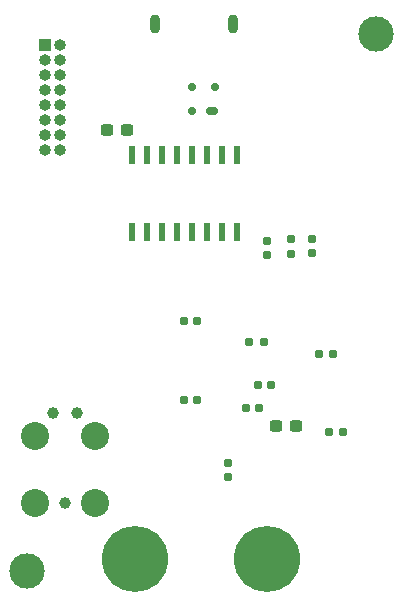
<source format=gbr>
%TF.GenerationSoftware,KiCad,Pcbnew,8.0.2*%
%TF.CreationDate,2024-06-14T14:56:41-07:00*%
%TF.ProjectId,USB_SPDTK,5553425f-5350-4445-944b-2e6b69636164,rev?*%
%TF.SameCoordinates,Original*%
%TF.FileFunction,Soldermask,Bot*%
%TF.FilePolarity,Negative*%
%FSLAX46Y46*%
G04 Gerber Fmt 4.6, Leading zero omitted, Abs format (unit mm)*
G04 Created by KiCad (PCBNEW 8.0.2) date 2024-06-14 14:56:41*
%MOMM*%
%LPD*%
G01*
G04 APERTURE LIST*
G04 Aperture macros list*
%AMRoundRect*
0 Rectangle with rounded corners*
0 $1 Rounding radius*
0 $2 $3 $4 $5 $6 $7 $8 $9 X,Y pos of 4 corners*
0 Add a 4 corners polygon primitive as box body*
4,1,4,$2,$3,$4,$5,$6,$7,$8,$9,$2,$3,0*
0 Add four circle primitives for the rounded corners*
1,1,$1+$1,$2,$3*
1,1,$1+$1,$4,$5*
1,1,$1+$1,$6,$7*
1,1,$1+$1,$8,$9*
0 Add four rect primitives between the rounded corners*
20,1,$1+$1,$2,$3,$4,$5,0*
20,1,$1+$1,$4,$5,$6,$7,0*
20,1,$1+$1,$6,$7,$8,$9,0*
20,1,$1+$1,$8,$9,$2,$3,0*%
G04 Aperture macros list end*
%ADD10R,1.000000X1.000000*%
%ADD11O,1.000000X1.000000*%
%ADD12C,3.600000*%
%ADD13C,5.600000*%
%ADD14C,2.374900*%
%ADD15C,0.990600*%
%ADD16O,0.900000X1.600000*%
%ADD17RoundRect,0.137500X0.137500X-0.662500X0.137500X0.662500X-0.137500X0.662500X-0.137500X-0.662500X0*%
%ADD18RoundRect,0.160000X-0.197500X-0.160000X0.197500X-0.160000X0.197500X0.160000X-0.197500X0.160000X0*%
%ADD19RoundRect,0.155000X0.212500X0.155000X-0.212500X0.155000X-0.212500X-0.155000X0.212500X-0.155000X0*%
%ADD20RoundRect,0.155000X-0.212500X-0.155000X0.212500X-0.155000X0.212500X0.155000X-0.212500X0.155000X0*%
%ADD21RoundRect,0.237500X-0.300000X-0.237500X0.300000X-0.237500X0.300000X0.237500X-0.300000X0.237500X0*%
%ADD22RoundRect,0.175000X0.325000X-0.175000X0.325000X0.175000X-0.325000X0.175000X-0.325000X-0.175000X0*%
%ADD23RoundRect,0.150000X0.150000X-0.200000X0.150000X0.200000X-0.150000X0.200000X-0.150000X-0.200000X0*%
%ADD24RoundRect,0.160000X0.197500X0.160000X-0.197500X0.160000X-0.197500X-0.160000X0.197500X-0.160000X0*%
%ADD25RoundRect,0.237500X0.300000X0.237500X-0.300000X0.237500X-0.300000X-0.237500X0.300000X-0.237500X0*%
%ADD26C,3.000000*%
%ADD27RoundRect,0.160000X0.160000X-0.197500X0.160000X0.197500X-0.160000X0.197500X-0.160000X-0.197500X0*%
G04 APERTURE END LIST*
D10*
%TO.C,J3*%
X111430000Y-66950000D03*
D11*
X112700000Y-66950000D03*
X111430000Y-68220000D03*
X112700000Y-68220000D03*
X111430000Y-69490000D03*
X112700000Y-69490000D03*
X111430000Y-70760000D03*
X112700000Y-70760000D03*
X111430000Y-72030000D03*
X112700000Y-72030000D03*
X111430000Y-73300000D03*
X112700000Y-73300000D03*
X111430000Y-74570000D03*
X112700000Y-74570000D03*
X111430000Y-75840000D03*
X112700000Y-75840000D03*
%TD*%
D12*
%TO.C,H1*%
X119012000Y-110500000D03*
D13*
X119012000Y-110500000D03*
%TD*%
D14*
%TO.C,J2*%
X110525000Y-105740000D03*
D15*
X113065000Y-105740000D03*
D14*
X115605000Y-105740000D03*
X110525000Y-100025000D03*
X115605000Y-100025000D03*
D15*
X112049000Y-98120000D03*
X114081000Y-98120000D03*
%TD*%
D12*
%TO.C,H2*%
X130188000Y-110500000D03*
D13*
X130188000Y-110500000D03*
%TD*%
D16*
%TO.C,J1*%
X127300000Y-65125000D03*
X120700000Y-65125000D03*
%TD*%
D17*
%TO.C,U3*%
X127645000Y-82750000D03*
X126375000Y-82750000D03*
X125105000Y-82750000D03*
X123835000Y-82750000D03*
X122565000Y-82750000D03*
X121295000Y-82750000D03*
X120025000Y-82750000D03*
X118755000Y-82750000D03*
X118755000Y-76250000D03*
X120025000Y-76250000D03*
X121295000Y-76250000D03*
X122565000Y-76250000D03*
X123835000Y-76250000D03*
X125105000Y-76250000D03*
X126375000Y-76250000D03*
X127645000Y-76250000D03*
%TD*%
D18*
%TO.C,R9*%
X135402500Y-99700000D03*
X136597500Y-99700000D03*
%TD*%
D19*
%TO.C,C11*%
X130535000Y-95700000D03*
X129400000Y-95700000D03*
%TD*%
D20*
%TO.C,C10*%
X123132500Y-97000000D03*
X124267500Y-97000000D03*
%TD*%
D19*
%TO.C,C9*%
X124267500Y-90300000D03*
X123132500Y-90300000D03*
%TD*%
D21*
%TO.C,C15*%
X116637500Y-74100000D03*
X118362500Y-74100000D03*
%TD*%
D22*
%TO.C,D2*%
X125550000Y-72500000D03*
D23*
X123850000Y-72500000D03*
X123850000Y-70500000D03*
X125750000Y-70500000D03*
%TD*%
D19*
%TO.C,C13*%
X129535000Y-97700000D03*
X128400000Y-97700000D03*
%TD*%
D24*
%TO.C,R17*%
X129897500Y-92100000D03*
X128702500Y-92100000D03*
%TD*%
D25*
%TO.C,FB1*%
X132662500Y-99200000D03*
X130937500Y-99200000D03*
%TD*%
D26*
%TO.C,FID3*%
X109900000Y-111500000D03*
%TD*%
D27*
%TO.C,R14*%
X130200000Y-84697500D03*
X130200000Y-83502500D03*
%TD*%
%TO.C,R13*%
X132200000Y-84597500D03*
X132200000Y-83402500D03*
%TD*%
%TO.C,R11*%
X126900000Y-103497500D03*
X126900000Y-102302500D03*
%TD*%
D18*
%TO.C,R16*%
X134602500Y-93100000D03*
X135797500Y-93100000D03*
%TD*%
D27*
%TO.C,R12*%
X134000000Y-84572500D03*
X134000000Y-83377500D03*
%TD*%
D26*
%TO.C,FID4*%
X139400000Y-66000000D03*
%TD*%
M02*

</source>
